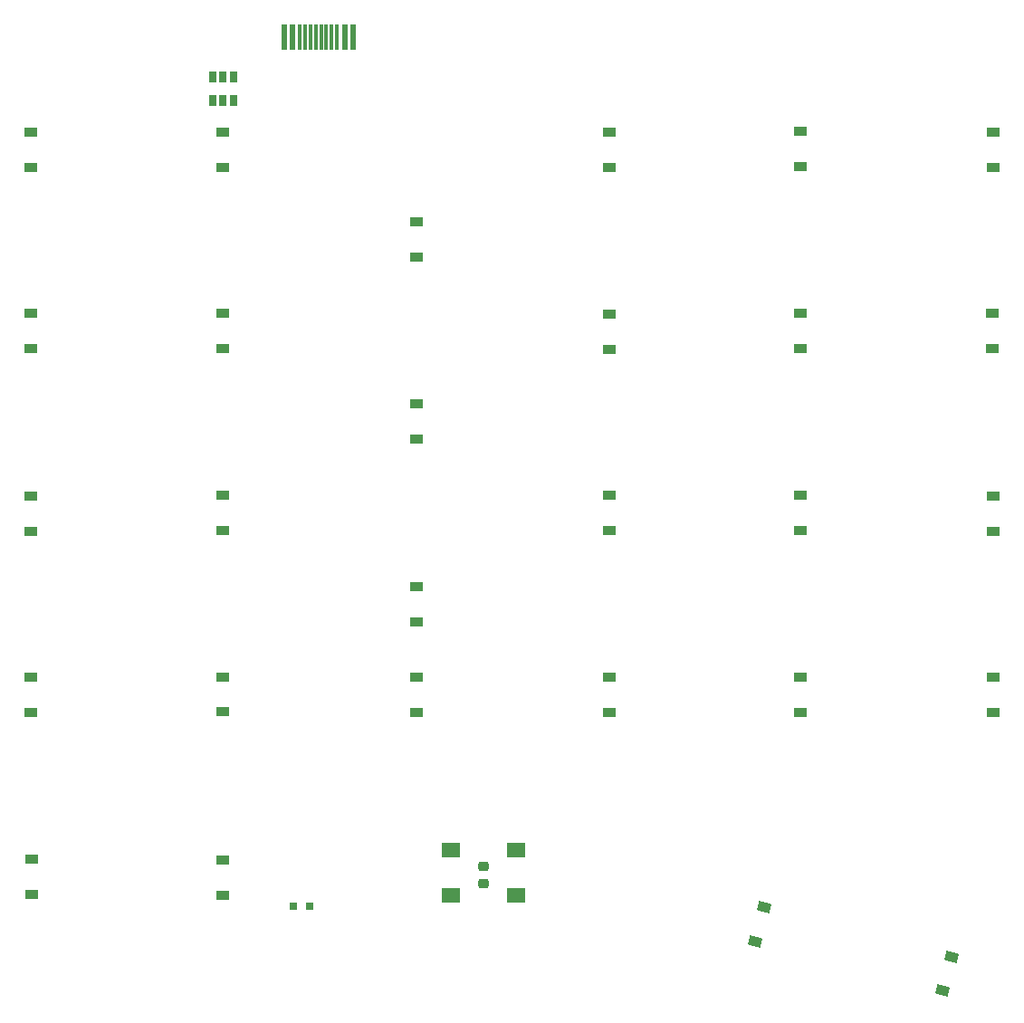
<source format=gbr>
%TF.GenerationSoftware,KiCad,Pcbnew,5.99.0-unknown-3de60231db~128~ubuntu21.04.1*%
%TF.CreationDate,2021-05-22T07:34:53+02:00*%
%TF.ProjectId,dzzy,647a7a79-2e6b-4696-9361-645f70636258,rev?*%
%TF.SameCoordinates,Original*%
%TF.FileFunction,Paste,Bot*%
%TF.FilePolarity,Positive*%
%FSLAX46Y46*%
G04 Gerber Fmt 4.6, Leading zero omitted, Abs format (unit mm)*
G04 Created by KiCad (PCBNEW 5.99.0-unknown-3de60231db~128~ubuntu21.04.1) date 2021-05-22 07:34:53*
%MOMM*%
%LPD*%
G01*
G04 APERTURE LIST*
G04 Aperture macros list*
%AMRoundRect*
0 Rectangle with rounded corners*
0 $1 Rounding radius*
0 $2 $3 $4 $5 $6 $7 $8 $9 X,Y pos of 4 corners*
0 Add a 4 corners polygon primitive as box body*
4,1,4,$2,$3,$4,$5,$6,$7,$8,$9,$2,$3,0*
0 Add four circle primitives for the rounded corners*
1,1,$1+$1,$2,$3*
1,1,$1+$1,$4,$5*
1,1,$1+$1,$6,$7*
1,1,$1+$1,$8,$9*
0 Add four rect primitives between the rounded corners*
20,1,$1+$1,$2,$3,$4,$5,0*
20,1,$1+$1,$4,$5,$6,$7,0*
20,1,$1+$1,$6,$7,$8,$9,0*
20,1,$1+$1,$8,$9,$2,$3,0*%
%AMRotRect*
0 Rectangle, with rotation*
0 The origin of the aperture is its center*
0 $1 length*
0 $2 width*
0 $3 Rotation angle, in degrees counterclockwise*
0 Add horizontal line*
21,1,$1,$2,0,0,$3*%
G04 Aperture macros list end*
%ADD10R,0.650000X1.060000*%
%ADD11R,0.570000X2.450000*%
%ADD12R,0.300000X2.450000*%
%ADD13R,0.797560X0.797560*%
%ADD14R,1.200000X0.900000*%
%ADD15RotRect,0.900000X1.200000X255.000000*%
%ADD16RoundRect,0.218750X-0.256250X0.218750X-0.256250X-0.218750X0.256250X-0.218750X0.256250X0.218750X0*%
%ADD17R,1.800000X1.350000*%
G04 APERTURE END LIST*
D10*
%TO.C,U1*%
X87746800Y-31666000D03*
X88696800Y-31666000D03*
X89646800Y-31666000D03*
X89646800Y-33866000D03*
X88696800Y-33866000D03*
X87746800Y-33866000D03*
%TD*%
D11*
%TO.C,P1*%
X94375000Y-27925000D03*
X95150000Y-27925000D03*
D12*
X96350000Y-27925000D03*
X97350000Y-27925000D03*
X97850000Y-27925000D03*
D11*
X100825000Y-27925000D03*
X100050000Y-27925000D03*
D12*
X99350000Y-27925000D03*
X98350000Y-27925000D03*
X96850000Y-27925000D03*
X98850000Y-27925000D03*
X95850000Y-27925000D03*
%TD*%
D13*
%TO.C,D7*%
X95262700Y-109220000D03*
X96761300Y-109220000D03*
%TD*%
D14*
%TO.C,D10*%
X88646000Y-87740000D03*
X88646000Y-91040000D03*
%TD*%
%TO.C,D13*%
X106800000Y-62208000D03*
X106800000Y-65508000D03*
%TD*%
%TO.C,D5*%
X70800000Y-104776000D03*
X70800000Y-108076000D03*
%TD*%
%TO.C,D3*%
X70712000Y-70850000D03*
X70712000Y-74150000D03*
%TD*%
%TO.C,D2*%
X70712000Y-53750000D03*
X70712000Y-57050000D03*
%TD*%
%TO.C,D21*%
X142700000Y-53750000D03*
X142700000Y-57050000D03*
%TD*%
D15*
%TO.C,D29*%
X156827051Y-113906222D03*
X155972949Y-117093778D03*
%TD*%
D14*
%TO.C,D11*%
X88700000Y-104850000D03*
X88700000Y-108150000D03*
%TD*%
%TO.C,D6*%
X88646000Y-36840000D03*
X88646000Y-40140000D03*
%TD*%
%TO.C,D20*%
X142700000Y-36750000D03*
X142700000Y-40050000D03*
%TD*%
D16*
%TO.C,R1*%
X113030000Y-105511500D03*
X113030000Y-107086500D03*
%TD*%
D14*
%TO.C,D23*%
X142700000Y-87750000D03*
X142700000Y-91050000D03*
%TD*%
D15*
%TO.C,D24*%
X139327051Y-109306222D03*
X138472949Y-112493778D03*
%TD*%
D14*
%TO.C,D9*%
X88646000Y-70740000D03*
X88646000Y-74040000D03*
%TD*%
%TO.C,D8*%
X88646000Y-53740000D03*
X88646000Y-57040000D03*
%TD*%
%TO.C,D1*%
X70712000Y-36850000D03*
X70712000Y-40150000D03*
%TD*%
%TO.C,D4*%
X70712000Y-87750000D03*
X70712000Y-91050000D03*
%TD*%
%TO.C,D25*%
X160700000Y-36850000D03*
X160700000Y-40150000D03*
%TD*%
D17*
%TO.C,S30*%
X109982000Y-103945000D03*
X109982000Y-108145000D03*
%TD*%
D14*
%TO.C,D16*%
X124800000Y-36850000D03*
X124800000Y-40150000D03*
%TD*%
%TO.C,D14*%
X106800000Y-79308000D03*
X106800000Y-82608000D03*
%TD*%
%TO.C,D18*%
X124800000Y-70750000D03*
X124800000Y-74050000D03*
%TD*%
%TO.C,D27*%
X160700000Y-70850000D03*
X160700000Y-74150000D03*
%TD*%
%TO.C,D15*%
X106800000Y-87758000D03*
X106800000Y-91058000D03*
%TD*%
%TO.C,D12*%
X106800000Y-45208000D03*
X106800000Y-48508000D03*
%TD*%
D17*
%TO.C,S29*%
X116078000Y-103945000D03*
X116078000Y-108145000D03*
%TD*%
D14*
%TO.C,D22*%
X142700000Y-70750000D03*
X142700000Y-74050000D03*
%TD*%
%TO.C,D17*%
X124800000Y-53850000D03*
X124800000Y-57150000D03*
%TD*%
%TO.C,D19*%
X124800000Y-87750000D03*
X124800000Y-91050000D03*
%TD*%
%TO.C,D28*%
X160700000Y-87750000D03*
X160700000Y-91050000D03*
%TD*%
%TO.C,D26*%
X160618000Y-53722000D03*
X160618000Y-57022000D03*
%TD*%
M02*

</source>
